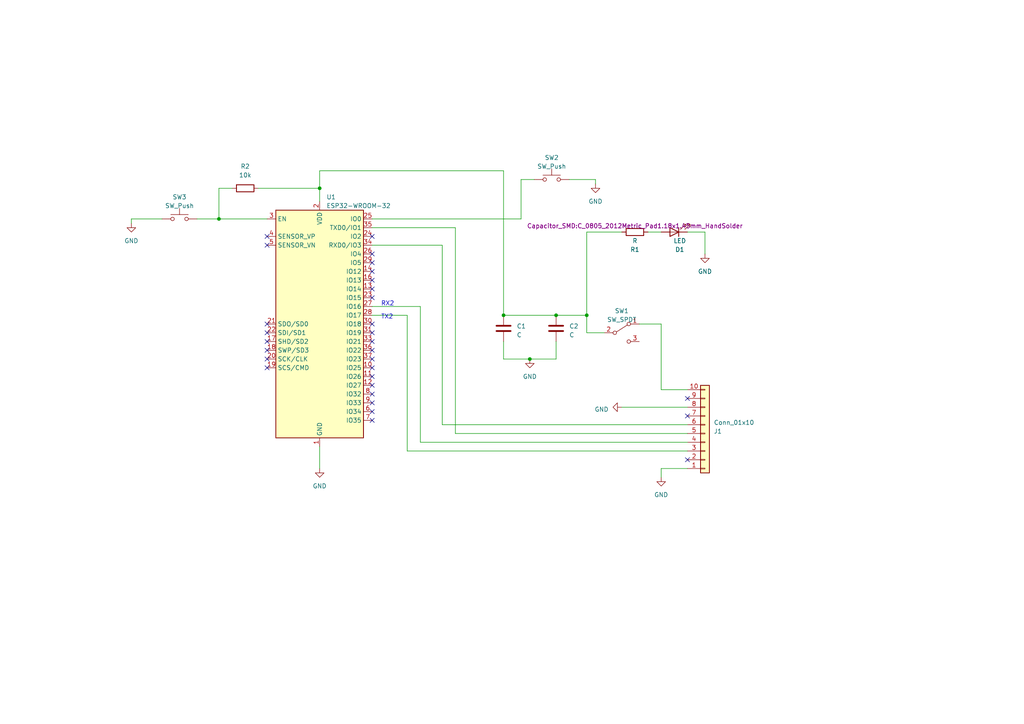
<source format=kicad_sch>
(kicad_sch (version 20230121) (generator eeschema)
  (paper "A4")
  (lib_symbols
    (symbol "Connector_Generic:Conn_01x10" (pin_names (offset 1.016) hide)
      (property "Reference" "J" (at 0 12.7 0))
      (property "Value" "Conn_01x10" (at 0 -15.24 0))
      (symbol "Conn_01x10_1_1"
        (rectangle (start -1.27 -12.573) (end 0 -12.827) (stroke (width 0.1524)))
        (rectangle (start -1.27 -10.033) (end 0 -10.287) (stroke (width 0.1524)))
        (rectangle (start -1.27 -7.493) (end 0 -7.747) (stroke (width 0.1524)))
        (rectangle (start -1.27 -4.953) (end 0 -5.207) (stroke (width 0.1524)))
        (rectangle (start -1.27 -2.413) (end 0 -2.667) (stroke (width 0.1524)))
        (rectangle (start -1.27 0.127) (end 0 -0.127) (stroke (width 0.1524)))
        (rectangle (start -1.27 2.667) (end 0 2.413) (stroke (width 0.1524)))
        (rectangle (start -1.27 5.207) (end 0 4.953) (stroke (width 0.1524)))
        (rectangle (start -1.27 7.747) (end 0 7.493) (stroke (width 0.1524)))
        (rectangle (start -1.27 10.287) (end 0 10.033) (stroke (width 0.1524)))
        (rectangle (start -1.27 11.43) (end 1.27 -13.97) (stroke (width 0.254)) (fill (type background)))
        (pin passive line (at -5.08 10.16 0) (length 3.81) (name "Pin_1") (number "1"))
        (pin passive line (at -5.08 -12.7 0) (length 3.81) (name "Pin_10") (number "10"))
        (pin passive line (at -5.08 7.62 0) (length 3.81) (name "Pin_2") (number "2"))
        (pin passive line (at -5.08 5.08 0) (length 3.81) (name "Pin_3") (number "3"))
        (pin passive line (at -5.08 2.54 0) (length 3.81) (name "Pin_4") (number "4"))
        (pin passive line (at -5.08 0 0) (length 3.81) (name "Pin_5") (number "5"))
        (pin passive line (at -5.08 -2.54 0) (length 3.81) (name "Pin_6") (number "6"))
        (pin passive line (at -5.08 -5.08 0) (length 3.81) (name "Pin_7") (number "7"))
        (pin passive line (at -5.08 -7.62 0) (length 3.81) (name "Pin_8") (number "8"))
        (pin passive line (at -5.08 -10.16 0) (length 3.81) (name "Pin_9") (number "9"))
      )
    )
    (symbol "Device:C" (pin_numbers hide) (pin_names (offset 0.254))
      (property "Reference" "C" (at 0.635 2.54 0))
      (property "Value" "C" (at 0.635 -2.54 0))
      (symbol "C_0_1"
        (polyline (pts (xy -2.032 -0.762) (xy 2.032 -0.762)) (stroke (width 0.508)))
        (polyline (pts (xy -2.032 0.762) (xy 2.032 0.762)) (stroke (width 0.508)))
      )
      (symbol "C_1_1"
        (pin passive line (at 0 3.81 270) (length 2.794) (name "~") (number "1"))
        (pin passive line (at 0 -3.81 90) (length 2.794) (name "~") (number "2"))
      )
    )
    (symbol "Device:LED" (pin_numbers hide) (pin_names (offset 1.016) hide)
      (property "Reference" "D" (at 0 2.54 0))
      (property "Value" "LED" (at 0 -2.54 0))
      (symbol "LED_0_1"
        (polyline (pts (xy -1.27 -1.27) (xy -1.27 1.27)) (stroke (width 0.254)))
        (polyline (pts (xy -1.27 0) (xy 1.27 0)))
        (polyline (pts (xy 1.27 -1.27) (xy 1.27 1.27) (xy -1.27 0) (xy 1.27 -1.27)) (stroke (width 0.254)))
        (polyline (pts (xy -3.048 -0.762) (xy -4.572 -2.286) (xy -3.81 -2.286) (xy -4.572 -2.286) (xy -4.572 -1.524)))
        (polyline (pts (xy -1.778 -0.762) (xy -3.302 -2.286) (xy -2.54 -2.286) (xy -3.302 -2.286) (xy -3.302 -1.524)))
      )
      (symbol "LED_1_1"
        (pin passive line (at -3.81 0 0) (length 2.54) (name "K") (number "1"))
        (pin passive line (at 3.81 0 180) (length 2.54) (name "A") (number "2"))
      )
    )
    (symbol "Device:R" (pin_numbers hide) (pin_names (offset 0))
      (property "Reference" "R" (at 2.032 0 90))
      (property "Value" "R" (at 0 0 90))
      (symbol "R_0_1"
        (rectangle (start -1.016 -2.54) (end 1.016 2.54) (stroke (width 0.254)))
      )
      (symbol "R_1_1"
        (pin passive line (at 0 3.81 270) (length 1.27) (name "~") (number "1"))
        (pin passive line (at 0 -3.81 90) (length 1.27) (name "~") (number "2"))
      )
    )
    (symbol "RF_Module:ESP32-WROOM-32"
      (property "Reference" "U" (at -12.7 34.29 0))
      (property "Value" "ESP32-WROOM-32" (at 1.27 34.29 0))
      (symbol "ESP32-WROOM-32_0_1"
        (rectangle (start -12.7 33.02) (end 12.7 -33.02) (stroke (width 0.254)) (fill (type background)))
      )
      (symbol "ESP32-WROOM-32_1_1"
        (pin power_in line (at 0 -35.56 90) (length 2.54) (name "GND") (number "1"))
        (pin bidirectional line (at 15.24 -12.7 180) (length 2.54) (name "IO25") (number "10"))
        (pin bidirectional line (at 15.24 -15.24 180) (length 2.54) (name "IO26") (number "11"))
        (pin bidirectional line (at 15.24 -17.78 180) (length 2.54) (name "IO27") (number "12"))
        (pin bidirectional line (at 15.24 10.16 180) (length 2.54) (name "IO14") (number "13"))
        (pin bidirectional line (at 15.24 15.24 180) (length 2.54) (name "IO12") (number "14"))
        (pin passive line (at 0 -35.56 90) (length 2.54) hide (name "GND") (number "15"))
        (pin bidirectional line (at 15.24 12.7 180) (length 2.54) (name "IO13") (number "16"))
        (pin bidirectional line (at -15.24 -5.08 0) (length 2.54) (name "SHD/SD2") (number "17"))
        (pin bidirectional line (at -15.24 -7.62 0) (length 2.54) (name "SWP/SD3") (number "18"))
        (pin bidirectional line (at -15.24 -12.7 0) (length 2.54) (name "SCS/CMD") (number "19"))
        (pin power_in line (at 0 35.56 270) (length 2.54) (name "VDD") (number "2"))
        (pin bidirectional line (at -15.24 -10.16 0) (length 2.54) (name "SCK/CLK") (number "20"))
        (pin bidirectional line (at -15.24 0 0) (length 2.54) (name "SDO/SD0") (number "21"))
        (pin bidirectional line (at -15.24 -2.54 0) (length 2.54) (name "SDI/SD1") (number "22"))
        (pin bidirectional line (at 15.24 7.62 180) (length 2.54) (name "IO15") (number "23"))
        (pin bidirectional line (at 15.24 25.4 180) (length 2.54) (name "IO2") (number "24"))
        (pin bidirectional line (at 15.24 30.48 180) (length 2.54) (name "IO0") (number "25"))
        (pin bidirectional line (at 15.24 20.32 180) (length 2.54) (name "IO4") (number "26"))
        (pin bidirectional line (at 15.24 5.08 180) (length 2.54) (name "IO16") (number "27"))
        (pin bidirectional line (at 15.24 2.54 180) (length 2.54) (name "IO17") (number "28"))
        (pin bidirectional line (at 15.24 17.78 180) (length 2.54) (name "IO5") (number "29"))
        (pin input line (at -15.24 30.48 0) (length 2.54) (name "EN") (number "3"))
        (pin bidirectional line (at 15.24 0 180) (length 2.54) (name "IO18") (number "30"))
        (pin bidirectional line (at 15.24 -2.54 180) (length 2.54) (name "IO19") (number "31"))
        (pin no_connect line (at -12.7 -27.94 0) (length 2.54) hide (name "NC") (number "32"))
        (pin bidirectional line (at 15.24 -5.08 180) (length 2.54) (name "IO21") (number "33"))
        (pin bidirectional line (at 15.24 22.86 180) (length 2.54) (name "RXD0/IO3") (number "34"))
        (pin bidirectional line (at 15.24 27.94 180) (length 2.54) (name "TXD0/IO1") (number "35"))
        (pin bidirectional line (at 15.24 -7.62 180) (length 2.54) (name "IO22") (number "36"))
        (pin bidirectional line (at 15.24 -10.16 180) (length 2.54) (name "IO23") (number "37"))
        (pin passive line (at 0 -35.56 90) (length 2.54) hide (name "GND") (number "38"))
        (pin passive line (at 0 -35.56 90) (length 2.54) hide (name "GND") (number "39"))
        (pin input line (at -15.24 25.4 0) (length 2.54) (name "SENSOR_VP") (number "4"))
        (pin input line (at -15.24 22.86 0) (length 2.54) (name "SENSOR_VN") (number "5"))
        (pin input line (at 15.24 -25.4 180) (length 2.54) (name "IO34") (number "6"))
        (pin input line (at 15.24 -27.94 180) (length 2.54) (name "IO35") (number "7"))
        (pin bidirectional line (at 15.24 -20.32 180) (length 2.54) (name "IO32") (number "8"))
        (pin bidirectional line (at 15.24 -22.86 180) (length 2.54) (name "IO33") (number "9"))
      )
    )
    (symbol "Switch:SW_Push" (pin_numbers hide) (pin_names (offset 1.016) hide)
      (property "Reference" "SW" (at 1.27 2.54 0))
      (property "Value" "SW_Push" (at 0 -1.524 0))
      (symbol "SW_Push_0_1"
        (circle (center -2.032 0) (radius 0.508))
        (polyline (pts (xy 0 1.27) (xy 0 3.048)))
        (polyline (pts (xy 2.54 1.27) (xy -2.54 1.27)))
        (circle (center 2.032 0) (radius 0.508))
        (pin passive line (at -5.08 0 0) (length 2.54) (name "1") (number "1"))
        (pin passive line (at 5.08 0 180) (length 2.54) (name "2") (number "2"))
      )
    )
    (symbol "Switch:SW_SPDT" (pin_names (offset 0) hide)
      (property "Reference" "SW" (at 0 4.318 0))
      (property "Value" "SW_SPDT" (at 0 -5.08 0))
      (symbol "SW_SPDT_0_0"
        (circle (center -2.032 0) (radius 0.508))
        (circle (center 2.032 -2.54) (radius 0.508))
      )
      (symbol "SW_SPDT_0_1"
        (polyline (pts (xy -1.524 0.254) (xy 1.651 2.286)))
        (circle (center 2.032 2.54) (radius 0.508))
      )
      (symbol "SW_SPDT_1_1"
        (pin passive line (at 5.08 2.54 180) (length 2.54) (name "A") (number "1"))
        (pin passive line (at -5.08 0 0) (length 2.54) (name "B") (number "2"))
        (pin passive line (at 5.08 -2.54 180) (length 2.54) (name "C") (number "3"))
      )
    )
    (symbol "power:GND" (power) (pin_names (offset 0))
      (property "Value" "GND" (at 0 -3.81 0))
      (symbol "GND_0_1"
        (polyline (pts (xy 0 0) (xy 0 -1.27) (xy 1.27 -1.27) (xy 0 -2.54) (xy -1.27 -1.27) (xy 0 -1.27)))
      )
      (symbol "GND_1_1"
        (pin power_in line (at 0 0 270) (length 0) hide (name "GND") (number "1"))
      )
    )
  )
  (junction (at 63.5 63.5))
  (junction (at 153.67 104.14))
  (junction (at 170.18 91.44))
  (junction (at 146.05 91.44))
  (junction (at 92.71 54.61))
  (junction (at 161.29 91.44))
  (no_connect (at 77.47 71.12))
  (no_connect (at 107.95 96.52))
  (no_connect (at 77.47 99.06))
  (no_connect (at 107.95 78.74))
  (no_connect (at 107.95 86.36))
  (no_connect (at 107.95 114.3))
  (no_connect (at 107.95 101.6))
  (no_connect (at 107.95 111.76))
  (no_connect (at 107.95 73.66))
  (no_connect (at 77.47 93.98))
  (no_connect (at 107.95 109.22))
  (no_connect (at 199.39 120.65))
  (no_connect (at 77.47 104.14))
  (no_connect (at 107.95 104.14))
  (no_connect (at 107.95 83.82))
  (no_connect (at 77.47 96.52))
  (no_connect (at 107.95 99.06))
  (no_connect (at 107.95 68.58))
  (no_connect (at 107.95 76.2))
  (no_connect (at 107.95 106.68))
  (no_connect (at 107.95 119.38))
  (no_connect (at 107.95 93.98))
  (no_connect (at 107.95 116.84))
  (no_connect (at 77.47 101.6))
  (no_connect (at 77.47 106.68))
  (no_connect (at 199.39 115.57))
  (no_connect (at 77.47 68.58))
  (no_connect (at 107.95 81.28))
  (no_connect (at 199.39 133.35))
  (no_connect (at 107.95 121.92))
  (wire (pts (xy 118.11 91.44) (xy 118.11 130.81)))
  (wire (pts (xy 191.77 67.31) (xy 187.96 67.31)))
  (wire (pts (xy 92.71 54.61) (xy 92.71 49.53)))
  (wire (pts (xy 118.11 130.81) (xy 199.39 130.81)))
  (wire (pts (xy 191.77 135.89) (xy 199.39 135.89)))
  (wire (pts (xy 92.71 58.42) (xy 92.71 54.61)))
  (wire (pts (xy 199.39 123.19) (xy 128.27 123.19)))
  (wire (pts (xy 151.13 52.07) (xy 154.94 52.07)))
  (wire (pts (xy 92.71 129.54) (xy 92.71 135.89)))
  (wire (pts (xy 191.77 138.43) (xy 191.77 135.89)))
  (wire (pts (xy 146.05 49.53) (xy 146.05 91.44)))
  (wire (pts (xy 180.34 118.11) (xy 199.39 118.11)))
  (wire (pts (xy 191.77 93.98) (xy 191.77 113.03)))
  (wire (pts (xy 185.42 93.98) (xy 191.77 93.98)))
  (wire (pts (xy 161.29 104.14) (xy 153.67 104.14)))
  (wire (pts (xy 63.5 63.5) (xy 77.47 63.5)))
  (wire (pts (xy 199.39 67.31) (xy 204.47 67.31)))
  (wire (pts (xy 151.13 63.5) (xy 151.13 52.07)))
  (wire (pts (xy 175.26 96.52) (xy 170.18 96.52)))
  (wire (pts (xy 172.72 52.07) (xy 172.72 53.34)))
  (wire (pts (xy 161.29 91.44) (xy 170.18 91.44)))
  (wire (pts (xy 146.05 104.14) (xy 153.67 104.14)))
  (wire (pts (xy 121.92 88.9) (xy 121.92 128.27)))
  (wire (pts (xy 199.39 125.73) (xy 132.08 125.73)))
  (wire (pts (xy 107.95 91.44) (xy 118.11 91.44)))
  (wire (pts (xy 191.77 113.03) (xy 199.39 113.03)))
  (wire (pts (xy 165.1 52.07) (xy 172.72 52.07)))
  (wire (pts (xy 107.95 63.5) (xy 151.13 63.5)))
  (wire (pts (xy 146.05 99.06) (xy 146.05 104.14)))
  (wire (pts (xy 121.92 88.9) (xy 107.95 88.9)))
  (wire (pts (xy 170.18 96.52) (xy 170.18 91.44)))
  (wire (pts (xy 38.1 63.5) (xy 38.1 64.77)))
  (wire (pts (xy 92.71 49.53) (xy 146.05 49.53)))
  (wire (pts (xy 170.18 67.31) (xy 170.18 91.44)))
  (wire (pts (xy 63.5 54.61) (xy 63.5 63.5)))
  (wire (pts (xy 204.47 67.31) (xy 204.47 73.66)))
  (wire (pts (xy 161.29 99.06) (xy 161.29 104.14)))
  (wire (pts (xy 67.31 54.61) (xy 63.5 54.61)))
  (wire (pts (xy 128.27 71.12) (xy 107.95 71.12)))
  (wire (pts (xy 199.39 128.27) (xy 121.92 128.27)))
  (wire (pts (xy 180.34 67.31) (xy 170.18 67.31)))
  (wire (pts (xy 128.27 123.19) (xy 128.27 71.12)))
  (wire (pts (xy 74.93 54.61) (xy 92.71 54.61)))
  (wire (pts (xy 46.99 63.5) (xy 38.1 63.5)))
  (wire (pts (xy 57.15 63.5) (xy 63.5 63.5)))
  (wire (pts (xy 132.08 66.04) (xy 132.08 125.73)))
  (wire (pts (xy 107.95 66.04) (xy 132.08 66.04)))
  (wire (pts (xy 146.05 91.44) (xy 161.29 91.44)))
  (text "TX2" (at 110.49 92.71 0) (effects (font (size 1.27 1.27)) (justify left bottom)))
  (text "RX2\n" (at 110.49 88.9 0) (effects (font (size 1.27 1.27)) (justify left bottom)))
  (symbol (lib_id "RF_Module:ESP32-WROOM-32") (at 92.71 93.98 0) (unit 1)
    (property "Reference" "U1" (at 94.6659 57.15 0) (effects (justify left)))
    (property "Value" "ESP32-WROOM-32" (at 94.6659 59.69 0) (effects (justify left)))
    (property "Footprint" "RF_Module:ESP32-WROOM-32U" (effects hide))
    (property "Datasheet" "https://www.espressif.com/sites/default/files/documentation/esp32-wroom-32_datasheet_en.pdf" (effects hide))
  )
  (symbol (lib_id "Switch:SW_Push") (at 160.02 52.07 0) (unit 1)
    (property "Reference" "SW2" (at 160.02 45.72 0))
    (property "Value" "SW_Push" (at 160.02 48.26 0))
    (property "Footprint" "Button_Switch_SMD:SW_SPST_EVQPE1" (effects hide))
  )
  (symbol (lib_id "power:GND") (at 180.34 118.11 270) (unit 1)
    (property "Reference" "#PWR06" (effects hide))
    (property "Value" "GND" (at 176.53 118.745 90) (effects (justify right)))
  )
  (symbol (lib_id "power:GND") (at 92.71 135.89 0) (unit 1)
    (property "Reference" "#PWR02" (effects hide))
    (property "Value" "GND" (at 92.71 140.97 0))
  )
  (symbol (lib_id "Device:C") (at 161.29 95.25 0) (unit 1)
    (property "Reference" "C2" (at 165.1 94.615 0) (effects (justify left)))
    (property "Value" "C" (at 165.1 97.155 0) (effects (justify left)))
    (property "Footprint" "Capacitor_SMD:C_0805_2012Metric_Pad1.18x1.45mm_HandSolder" (effects hide))
  )
  (symbol (lib_id "power:GND") (at 38.1 64.77 0) (unit 1)
    (property "Reference" "#PWR01" (effects hide))
    (property "Value" "GND" (at 38.1 69.85 0))
  )
  (symbol (lib_id "Device:C") (at 146.05 95.25 0) (unit 1)
    (property "Reference" "C1" (at 149.86 94.615 0) (effects (justify left)))
    (property "Value" "C" (at 149.86 97.155 0) (effects (justify left)))
    (property "Footprint" "Capacitor_SMD:C_0805_2012Metric_Pad1.18x1.45mm_HandSolder" (effects hide))
  )
  (symbol (lib_id "Device:R") (at 71.12 54.61 90) (unit 1)
    (property "Reference" "R2" (at 71.12 48.26 90))
    (property "Value" "10k" (at 71.12 50.8 90))
    (property "Footprint" "Capacitor_SMD:C_0805_2012Metric_Pad1.18x1.45mm_HandSolder" (effects hide))
  )
  (symbol (lib_id "Connector_Generic:Conn_01x10") (at 204.47 125.73 0) (mirror x) (unit 1)
    (property "Reference" "J1" (at 207.01 125.095 0) (effects (justify left)))
    (property "Value" "Conn_01x10" (at 207.01 122.555 0) (effects (justify left)))
    (property "Footprint" "Library:PinHeader_1x10_P2.54mm_Vertical_largo" (effects hide))
  )
  (symbol (lib_id "Switch:SW_Push") (at 52.07 63.5 0) (unit 1)
    (property "Reference" "SW3" (at 52.07 57.15 0))
    (property "Value" "SW_Push" (at 52.07 59.69 0))
    (property "Footprint" "Button_Switch_SMD:SW_SPST_EVQPE1" (effects hide))
  )
  (symbol (lib_id "Switch:SW_SPDT") (at 180.34 96.52 0) (unit 1)
    (property "Reference" "SW1" (at 180.34 90.17 0))
    (property "Value" "SW_SPDT" (at 180.34 92.71 0))
    (property "Footprint" "Button_Switch_SMD:SW_SPDT_PCM12" (effects hide))
  )
  (symbol (lib_id "Device:LED") (at 195.58 67.31 180) (unit 1)
    (property "Reference" "D1" (at 197.1675 72.39 0))
    (property "Value" "LED" (at 197.1675 69.85 0))
    (property "Footprint" "Capacitor_SMD:C_0805_2012Metric_Pad1.18x1.45mm_HandSolder" (effects hide))
  )
  (symbol (lib_id "power:GND") (at 191.77 138.43 0) (unit 1)
    (property "Reference" "#PWR07" (effects hide))
    (property "Value" "GND" (at 191.77 143.51 0))
  )
  (symbol (lib_id "power:GND") (at 172.72 53.34 0) (unit 1)
    (property "Reference" "#PWR05" (effects hide))
    (property "Value" "GND" (at 172.72 58.42 0))
  )
  (symbol (lib_id "Device:R") (at 184.15 67.31 270) (unit 1)
    (property "Reference" "R1" (at 184.15 72.39 90))
    (property "Value" "R" (at 184.15 69.85 90))
    (property "Footprint" "Capacitor_SMD:C_0805_2012Metric_Pad1.18x1.45mm_HandSolder" (at 184.15 65.532 90))
  )
  (symbol (lib_id "power:GND") (at 153.67 104.14 0) (unit 1)
    (property "Reference" "#PWR03" (effects hide))
    (property "Value" "GND" (at 153.67 109.22 0))
  )
  (symbol (lib_id "power:GND") (at 204.47 73.66 0) (unit 1)
    (property "Reference" "#PWR04" (effects hide))
    (property "Value" "GND" (at 204.47 78.74 0))
  )
)
</source>
